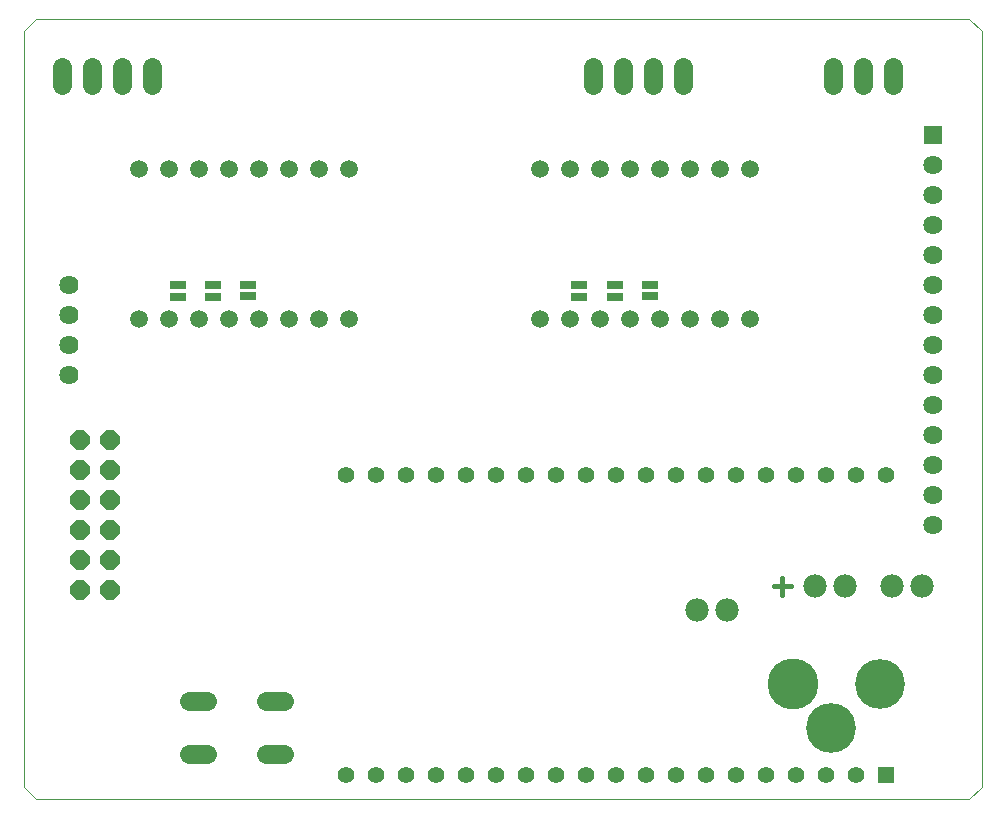
<source format=gbs>
G75*
%MOIN*%
%OFA0B0*%
%FSLAX25Y25*%
%IPPOS*%
%LPD*%
%AMOC8*
5,1,8,0,0,1.08239X$1,22.5*
%
%ADD10C,0.00000*%
%ADD11C,0.01500*%
%ADD12C,0.06400*%
%ADD13R,0.06400X0.06400*%
%ADD14R,0.05550X0.05550*%
%ADD15C,0.05550*%
%ADD16C,0.07800*%
%ADD17C,0.05943*%
%ADD18R,0.05400X0.02900*%
%ADD19C,0.16998*%
%ADD20C,0.16600*%
%ADD21C,0.06337*%
%ADD22C,0.06400*%
%ADD23OC8,0.06400*%
D10*
X0001000Y0004937D02*
X0001000Y0256906D01*
X0004937Y0260843D01*
X0315961Y0260843D01*
X0320409Y0256906D01*
X0320409Y0004937D01*
X0315961Y0001000D01*
X0004937Y0001000D01*
X0001000Y0004937D01*
D11*
X0250963Y0071752D02*
X0256634Y0071752D01*
X0253798Y0074587D02*
X0253798Y0068916D01*
D12*
X0304150Y0092063D03*
X0304150Y0102063D03*
X0304150Y0112063D03*
X0304150Y0122063D03*
X0304150Y0132063D03*
X0304150Y0142063D03*
X0304150Y0152063D03*
X0304150Y0162063D03*
X0304150Y0172063D03*
X0304150Y0182063D03*
X0304150Y0192063D03*
X0304150Y0202063D03*
X0304150Y0212063D03*
X0016039Y0172063D03*
X0016039Y0162063D03*
X0016039Y0152063D03*
X0016039Y0142063D03*
D13*
X0304150Y0222063D03*
D14*
X0288402Y0008874D03*
D15*
X0278402Y0008874D03*
X0268402Y0008874D03*
X0258402Y0008874D03*
X0248402Y0008874D03*
X0238402Y0008874D03*
X0228402Y0008874D03*
X0218402Y0008874D03*
X0208402Y0008874D03*
X0198402Y0008874D03*
X0188402Y0008874D03*
X0178402Y0008874D03*
X0168402Y0008874D03*
X0158402Y0008874D03*
X0148402Y0008874D03*
X0138402Y0008874D03*
X0128402Y0008874D03*
X0118402Y0008874D03*
X0108402Y0008874D03*
X0108402Y0108874D03*
X0118402Y0108874D03*
X0128402Y0108874D03*
X0138402Y0108874D03*
X0148402Y0108874D03*
X0158402Y0108874D03*
X0168402Y0108874D03*
X0178402Y0108874D03*
X0188402Y0108874D03*
X0198402Y0108874D03*
X0208402Y0108874D03*
X0218402Y0108874D03*
X0228402Y0108874D03*
X0238402Y0108874D03*
X0248402Y0108874D03*
X0258402Y0108874D03*
X0268402Y0108874D03*
X0278402Y0108874D03*
X0288402Y0108874D03*
D16*
X0290213Y0071866D03*
X0300213Y0071866D03*
X0274780Y0071866D03*
X0264780Y0071866D03*
X0235409Y0063992D03*
X0225409Y0063992D03*
D17*
X0223165Y0160724D03*
X0213165Y0160724D03*
X0203165Y0160724D03*
X0193165Y0160724D03*
X0183165Y0160724D03*
X0173165Y0160724D03*
X0173165Y0210724D03*
X0183165Y0210724D03*
X0193165Y0210724D03*
X0203165Y0210724D03*
X0213165Y0210724D03*
X0223165Y0210724D03*
X0233165Y0210724D03*
X0243165Y0210724D03*
X0243165Y0160724D03*
X0233165Y0160724D03*
X0109307Y0160724D03*
X0099307Y0160724D03*
X0089307Y0160724D03*
X0079307Y0160724D03*
X0069307Y0160724D03*
X0059307Y0160724D03*
X0049307Y0160724D03*
X0039307Y0160724D03*
X0039307Y0210724D03*
X0049307Y0210724D03*
X0059307Y0210724D03*
X0069307Y0210724D03*
X0079307Y0210724D03*
X0089307Y0210724D03*
X0099307Y0210724D03*
X0109307Y0210724D03*
D18*
X0075803Y0172063D03*
X0075803Y0168520D03*
X0063992Y0168291D03*
X0063992Y0172291D03*
X0052181Y0172291D03*
X0052181Y0168291D03*
X0186039Y0168291D03*
X0186039Y0172291D03*
X0197850Y0172291D03*
X0197850Y0168291D03*
X0209661Y0168520D03*
X0209661Y0172063D03*
D19*
X0257387Y0039189D03*
D20*
X0269898Y0024380D03*
X0286209Y0039089D03*
D21*
X0087630Y0033480D02*
X0081693Y0033480D01*
X0081693Y0015764D02*
X0087630Y0015764D01*
X0062039Y0015764D02*
X0056102Y0015764D01*
X0056102Y0033480D02*
X0062039Y0033480D01*
D22*
X0043559Y0238906D02*
X0043559Y0244906D01*
X0033559Y0244906D02*
X0033559Y0238906D01*
X0023559Y0238906D02*
X0023559Y0244906D01*
X0013559Y0244906D02*
X0013559Y0238906D01*
X0190724Y0238906D02*
X0190724Y0244906D01*
X0200724Y0244906D02*
X0200724Y0238906D01*
X0210724Y0238906D02*
X0210724Y0244906D01*
X0220724Y0244906D02*
X0220724Y0238906D01*
X0270528Y0238906D02*
X0270528Y0244906D01*
X0280528Y0244906D02*
X0280528Y0238906D01*
X0290528Y0238906D02*
X0290528Y0244906D01*
D23*
X0029622Y0120488D03*
X0029622Y0110488D03*
X0029622Y0100488D03*
X0029622Y0090488D03*
X0029622Y0080488D03*
X0019622Y0080488D03*
X0019622Y0090488D03*
X0019622Y0100488D03*
X0019622Y0110488D03*
X0019622Y0120488D03*
X0019622Y0070488D03*
X0029622Y0070488D03*
M02*

</source>
